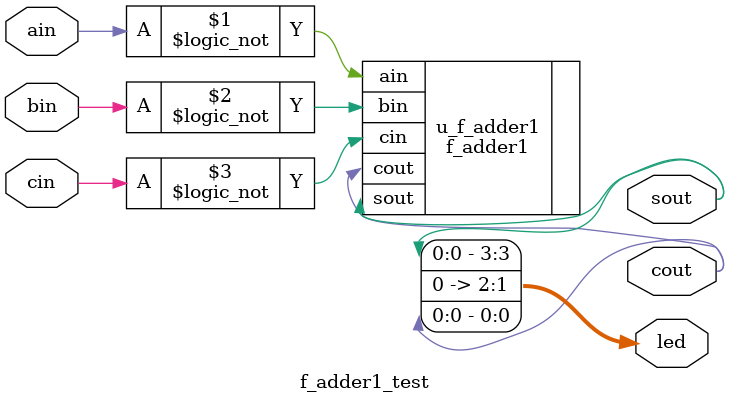
<source format=v>
module f_adder1_test (
    input ain,
    input bin,
    input cin,

    output sout,
    output cout,
    output [3:0] led
);

    f_adder1 u_f_adder1(
        .ain  ( !ain  ),
        .bin  ( !bin  ),
        .cin  ( !cin  ),
        .sout ( sout  ),
        .cout ( cout  )
    );
    // {led[3], led[2], led[1], led[0]}
    assign led = {sout, 1'b0, 1'b0, cout};

endmodule
</source>
